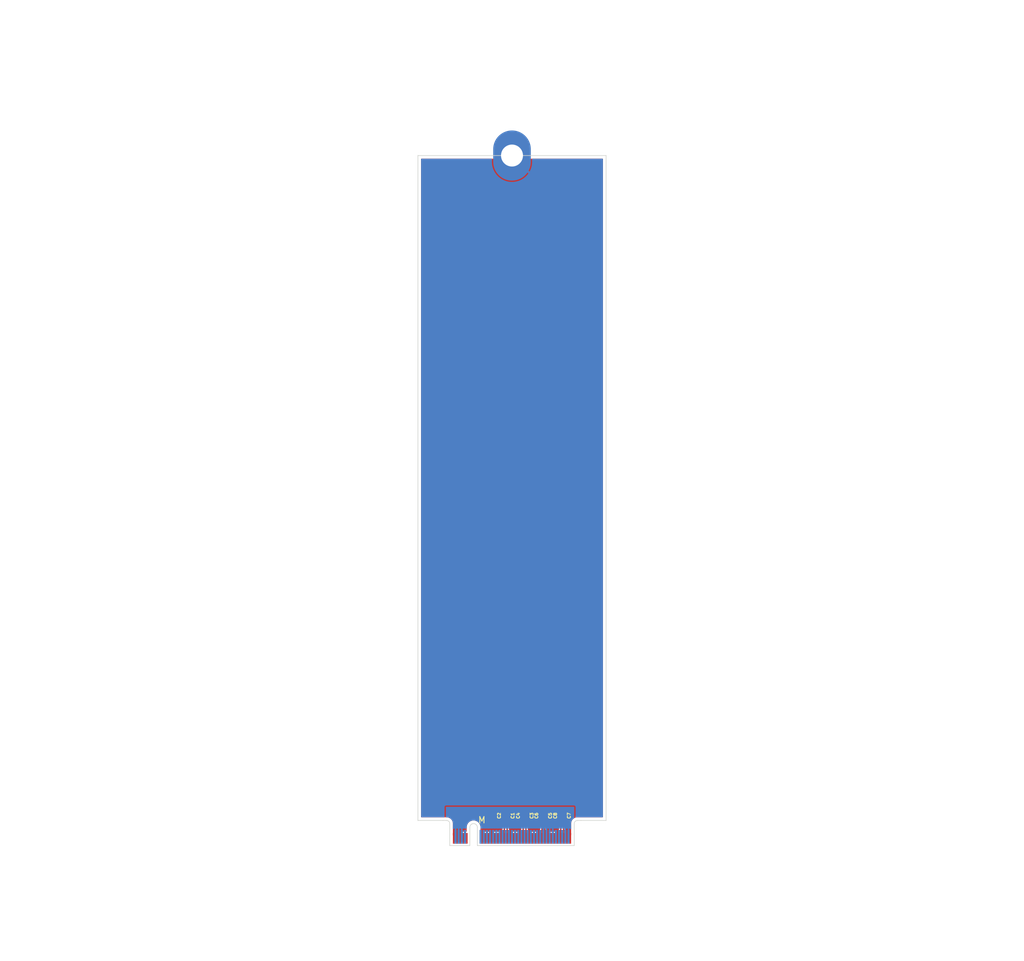
<source format=kicad_pcb>
(kicad_pcb (version 20241229) (generator "pcbnew") (generator_version "9.0")
  (layers (0 "F.Cu" signal) (2 "B.Cu" signal) (13 "F.Paste" user) (15 "B.Paste" user) (5 "F.SilkS" user "F.Silkscreen") (7 "B.SilkS" user "B.Silkscreen") (1 "F.Mask" user) (3 "B.Mask" user) (25 "Edge.Cuts" user))
  (net 0 "")
  (net 1 "/M.2 M Key/PET1P")
  (net 2 "/M.2 M Key/PET1N")
  (net 3 "/M.2 M Key/PET0N")
  (net 4 "/M.2 M Key/PET0P")
  (net 5 "/M.2 M Key/PET3N")
  (net 6 "/M.2 M Key/PET2P")
  (net 7 "/M.2 M Key/PET2N")
  (net 8 "/M.2 M Key/PET3P")
  (net 9 "/PET2+")
  (net 10 "/PET3+")
  (net 11 "/PET0-")
  (net 12 "/PET1-")
  (net 13 "GND")
  (net 14 "+3.3V")
  (net 17 "/LED1#")
  (net 18 "/PER3-")
  (net 19 "/PER3+")
  (net 22 "/PER2-")
  (net 24 "/PER2+")
  (net 30 "/PER1-")
  (net 32 "/PER1+")
  (net 33 "/DEVSLP")
  (net 38 "/PER0-")
  (net 40 "/PER0+")
  (net 41 "/PERST#")
  (net 42 "/CLKREQ#")
  (net 43 "/REFCLK-")
  (net 44 "/PEWAKE#")
  (net 45 "/REFCLK+")
  (net 49 "/SUSCLK")
  (net 50 "/PEDET")
  (net 51 "/PET1+")
  (net 52 "/PET2-")
  (net 53 "/PET0+")
  (net 54 "/PET3-")
  (footprint "PCIexpress:M.2 Mounting Pad" (layer "F.Cu") (at 103.73 47.04)
    (property "Reference" "H1")
    (property "Value" "MountingHole_Pad")
    (pad "1" thru_hole circle (at 0 0) (size 5.5 5.5) (drill 3.5) (property pad_prop_castellated) (layers "*.Cu" "*.Mask") (net 13 "GND") (padstack (mode front_inner_back) (layer "Inner" (shape circle) (size 5.5 5.5)) (layer "B.Cu" (shape oval) (size 6 8))))
  )
  (footprint "Capacitor_SMD:C_0201_0603Metric" (layer "F.Cu") (at 103.08 152.28 90)
    (property "Reference" "C1" (at 0 0.765 90) (layer "F.SilkS") (effects (font (size 0.5 0.5))))
    (property "Value" "220nF")
    (pad "1" smd roundrect (at -0.32 0 90) (size 0.46 0.4) (layers "F.Cu" "F.Mask") (net 3 "/M.2 M Key/PET0N"))
    (pad "2" smd roundrect (at 0.32 0 90) (size 0.46 0.4) (layers "F.Cu" "F.Mask") (net 11 "/PET0-"))
  )
  (footprint "Capacitor_SMD:C_0201_0603Metric" (layer "F.Cu") (at 112.08 152.28 90)
    (property "Reference" "C7" (at 0.005 0.735 90) (layer "F.SilkS") (effects (font (size 0.5 0.5))))
    (property "Value" "220nF")
    (pad "1" smd roundrect (at -0.32 0 90) (size 0.46 0.4) (layers "F.Cu" "F.Mask") (net 5 "/M.2 M Key/PET3N"))
    (pad "2" smd roundrect (at 0.32 0 90) (size 0.46 0.4) (layers "F.Cu" "F.Mask") (net 54 "/PET3-"))
  )
  (footprint "Capacitor_SMD:C_0201_0603Metric" (layer "F.Cu") (at 106.08 152.28 90)
    (property "Reference" "C3" (at 0 0.795 90) (layer "F.SilkS") (effects (font (size 0.5 0.5))))
    (property "Value" "220nF")
    (pad "1" smd roundrect (at -0.32 0 90) (size 0.46 0.4) (layers "F.Cu" "F.Mask") (net 2 "/M.2 M Key/PET1N"))
    (pad "2" smd roundrect (at 0.32 0 90) (size 0.46 0.4) (layers "F.Cu" "F.Mask") (net 12 "/PET1-"))
  )
  (footprint "Capacitor_SMD:C_0201_0603Metric" (layer "F.Cu") (at 105.38 152.28 90)
    (property "Reference" "C4" (at 0 -0.675 90) (layer "F.SilkS") (effects (font (size 0.5 0.5))))
    (property "Value" "220nF")
    (pad "1" smd roundrect (at -0.32 0 90) (size 0.46 0.4) (layers "F.Cu" "F.Mask") (net 1 "/M.2 M Key/PET1P"))
    (pad "2" smd roundrect (at 0.32 0 90) (size 0.46 0.4) (layers "F.Cu" "F.Mask") (net 51 "/PET1+"))
  )
  (footprint "Capacitor_SMD:C_0201_0603Metric" (layer "F.Cu") (at 109.08 152.28 90)
    (property "Reference" "C5" (at 0 0.74 90) (layer "F.SilkS") (effects (font (size 0.5 0.5))))
    (property "Value" "220nF")
    (pad "1" smd roundrect (at -0.32 0 90) (size 0.46 0.4) (layers "F.Cu" "F.Mask") (net 7 "/M.2 M Key/PET2N"))
    (pad "2" smd roundrect (at 0.32 0 90) (size 0.46 0.4) (layers "F.Cu" "F.Mask") (net 52 "/PET2-"))
  )
  (footprint "Capacitor_SMD:C_0201_0603Metric" (layer "F.Cu") (at 108.38 152.28 90)
    (property "Reference" "C6" (at 0 -0.755 90) (layer "F.SilkS") (effects (font (size 0.5 0.5))))
    (property "Value" "220nF")
    (pad "1" smd roundrect (at -0.32 0 90) (size 0.46 0.4) (layers "F.Cu" "F.Mask") (net 6 "/M.2 M Key/PET2P"))
    (pad "2" smd roundrect (at 0.32 0 90) (size 0.46 0.4) (layers "F.Cu" "F.Mask") (net 9 "/PET2+"))
  )
  (footprint "Capacitor_SMD:C_0201_0603Metric" (layer "F.Cu") (at 111.38 152.28 90)
    (property "Reference" "C8" (at 0 -0.75 90) (layer "F.SilkS") (effects (font (size 0.5 0.5))))
    (property "Value" "220nF")
    (pad "1" smd roundrect (at -0.32 0 90) (size 0.46 0.4) (layers "F.Cu" "F.Mask") (net 8 "/M.2 M Key/PET3P"))
    (pad "2" smd roundrect (at 0.32 0 90) (size 0.46 0.4) (layers "F.Cu" "F.Mask") (net 10 "/PET3+"))
  )
  (footprint "PCIexpress:M.2 M Key Connector" (layer "F.Cu") (at 103.73 155.93)
    (property "Reference" "J1")
    (property "Value" "~")
    (fp_line (start -11 -2.89) (end -10.425 -2.89) (stroke (width 0.1)) (layer "Edge.Cuts"))
    (fp_line (start -9.925 -2.39) (end -9.925 1.11) (stroke (width 0.1)) (layer "Edge.Cuts"))
    (fp_line (start -6.725 -1.79) (end -6.725 1.11) (stroke (width 0.1)) (layer "Edge.Cuts"))
    (fp_line (start -6.725 1.11) (end -9.925 1.11) (stroke (width 0.1)) (layer "Edge.Cuts"))
    (fp_line (start -5.525 -1.79) (end -5.525 1.11) (stroke (width 0.1)) (layer "Edge.Cuts"))
    (fp_line (start -5.525 1.11) (end 9.925 1.11) (stroke (width 0.1)) (layer "Edge.Cuts"))
    (fp_line (start 9.925 -2.39) (end 9.925 1.11) (stroke (width 0.1)) (layer "Edge.Cuts"))
    (fp_line (start 10.425 -2.89) (end 11 -2.89) (stroke (width 0.1)) (layer "Edge.Cuts"))
    (fp_arc (start -10.425 -2.89) (mid -10.071447 -2.743553) (end -9.925 -2.39) (stroke (width 0.1)) (layer "Edge.Cuts"))
    (fp_arc (start -6.725 -1.79) (mid -6.125 -2.39) (end -5.525 -1.79) (stroke (width 0.1)) (layer "Edge.Cuts"))
    (fp_arc (start 9.925 -2.39) (mid 10.071447 -2.743553) (end 10.425 -2.89) (stroke (width 0.1)) (layer "Edge.Cuts"))
    (fp_text user "M" (at -5.475 -2.375 0) (layer "F.SilkS") (effects (justify left bottom)))
    (pad "1" smd rect (at 9.25 -0.04 180) (size 0.35 1.7) (layers "F.Cu") (net 13 "GND"))
    (pad "2" smd rect (at 9 -0.29 180) (size 0.35 2.2) (layers "B.Cu") (net 14 "+3.3V"))
    (pad "3" smd rect (at 8.75 -0.04 180) (size 0.35 1.7) (layers "F.Cu") (net 13 "GND"))
    (pad "4" smd rect (at 8.5 -0.29 180) (size 0.35 2.2) (layers "B.Cu") (net 14 "+3.3V"))
    (pad "5" smd rect (at 8.25 -0.04 180) (size 0.35 1.7) (layers "F.Cu") (net 5 "/M.2 M Key/PET3N"))
    (pad "6" smd rect (at 8 -0.29 180) (size 0.35 2.2) (layers "B.Cu"))
    (pad "7" smd rect (at 7.75 -0.04 180) (size 0.35 1.7) (layers "F.Cu") (net 8 "/M.2 M Key/PET3P"))
    (pad "8" smd rect (at 7.5 -0.29 180) (size 0.35 2.2) (layers "B.Cu"))
    (pad "9" smd rect (at 7.25 -0.04 180) (size 0.35 1.7) (layers "F.Cu") (net 13 "GND"))
    (pad "10" smd rect (at 7 -0.29 180) (size 0.35 2.2) (layers "B.Cu") (net 17 "/LED1#"))
    (pad "11" smd rect (at 6.75 -0.04 180) (size 0.35 1.7) (layers "F.Cu") (net 18 "/PER3-"))
    (pad "12" smd rect (at 6.5 -0.29 180) (size 0.35 2.2) (layers "B.Cu") (net 14 "+3.3V"))
    (pad "13" smd rect (at 6.25 -0.04 180) (size 0.35 1.7) (layers "F.Cu") (net 19 "/PER3+"))
    (pad "14" smd rect (at 6 -0.29 180) (size 0.35 2.2) (layers "B.Cu") (net 14 "+3.3V"))
    (pad "15" smd rect (at 5.75 -0.04 180) (size 0.35 1.7) (layers "F.Cu") (net 13 "GND"))
    (pad "16" smd rect (at 5.5 -0.29 180) (size 0.35 2.2) (layers "B.Cu") (net 14 "+3.3V"))
    (pad "17" smd rect (at 5.25 -0.04 180) (size 0.35 1.7) (layers "F.Cu") (net 7 "/M.2 M Key/PET2N"))
    (pad "18" smd rect (at 5 -0.29 180) (size 0.35 2.2) (layers "B.Cu") (net 14 "+3.3V"))
    (pad "19" smd rect (at 4.75 -0.04 180) (size 0.35 1.7) (layers "F.Cu") (net 6 "/M.2 M Key/PET2P"))
    (pad "20" smd rect (at 4.5 -0.29 180) (size 0.35 2.2) (layers "B.Cu"))
    (pad "21" smd rect (at 4.25 -0.04 180) (size 0.35 1.7) (layers "F.Cu") (net 13 "GND"))
    (pad "22" smd rect (at 4 -0.29 180) (size 0.35 2.2) (layers "B.Cu"))
    (pad "23" smd rect (at 3.75 -0.04 180) (size 0.35 1.7) (layers "F.Cu") (net 22 "/PER2-"))
    (pad "24" smd rect (at 3.5 -0.29 180) (size 0.35 2.2) (layers "B.Cu"))
    (pad "25" smd rect (at 3.25 -0.04 180) (size 0.35 1.7) (layers "F.Cu") (net 24 "/PER2+"))
    (pad "26" smd rect (at 3 -0.29 180) (size 0.35 2.2) (layers "B.Cu"))
    (pad "27" smd rect (at 2.75 -0.04 180) (size 0.35 1.7) (layers "F.Cu") (net 13 "GND"))
    (pad "28" smd rect (at 2.5 -0.29 180) (size 0.35 2.2) (layers "B.Cu"))
    (pad "29" smd rect (at 2.25 -0.04 180) (size 0.35 1.7) (layers "F.Cu") (net 2 "/M.2 M Key/PET1N"))
    (pad "30" smd rect (at 2 -0.29 180) (size 0.35 2.2) (layers "B.Cu"))
    (pad "31" smd rect (at 1.75 -0.04 180) (size 0.35 1.7) (layers "F.Cu") (net 1 "/M.2 M Key/PET1P"))
    (pad "32" smd rect (at 1.5 -0.29 180) (size 0.35 2.2) (layers "B.Cu"))
    (pad "33" smd rect (at 1.25 -0.04 180) (size 0.35 1.7) (layers "F.Cu") (net 13 "GND"))
    (pad "34" smd rect (at 1 -0.29 180) (size 0.35 2.2) (layers "B.Cu"))
    (pad "35" smd rect (at 0.75 -0.04 180) (size 0.35 1.7) (layers "F.Cu") (net 30 "/PER1-"))
    (pad "36" smd rect (at 0.5 -0.29 180) (size 0.35 2.2) (layers "B.Cu"))
    (pad "37" smd rect (at 0.25 -0.04 180) (size 0.35 1.7) (layers "F.Cu") (net 32 "/PER1+"))
    (pad "38" smd rect (at 0 -0.29 180) (size 0.35 2.2) (layers "B.Cu") (net 33 "/DEVSLP"))
    (pad "39" smd rect (at -0.25 -0.04 180) (size 0.35 1.7) (layers "F.Cu") (net 13 "GND"))
    (pad "40" smd rect (at -0.5 -0.29 180) (size 0.35 2.2) (layers "B.Cu"))
    (pad "41" smd rect (at -0.75 -0.04 180) (size 0.35 1.7) (layers "F.Cu") (net 3 "/M.2 M Key/PET0N"))
    (pad "42" smd rect (at -1 -0.29 180) (size 0.35 2.2) (layers "B.Cu"))
    (pad "43" smd rect (at -1.25 -0.04 180) (size 0.35 1.7) (layers "F.Cu") (net 4 "/M.2 M Key/PET0P"))
    (pad "44" smd rect (at -1.5 -0.29 180) (size 0.35 2.2) (layers "B.Cu"))
    (pad "45" smd rect (at -1.75 -0.04 180) (size 0.35 1.7) (layers "F.Cu") (net 13 "GND"))
    (pad "46" smd rect (at -2 -0.29 180) (size 0.35 2.2) (layers "B.Cu"))
    (pad "47" smd rect (at -2.25 -0.04 180) (size 0.35 1.7) (layers "F.Cu") (net 38 "/PER0-"))
    (pad "48" smd rect (at -2.5 -0.29 180) (size 0.35 2.2) (layers "B.Cu"))
    (pad "49" smd rect (at -2.75 -0.04 180) (size 0.35 1.7) (layers "F.Cu") (net 40 "/PER0+"))
    (pad "50" smd rect (at -3 -0.29 180) (size 0.35 2.2) (layers "B.Cu") (net 41 "/PERST#"))
    (pad "51" smd rect (at -3.25 -0.04 180) (size 0.35 1.7) (layers "F.Cu") (net 13 "GND"))
    (pad "52" smd rect (at -3.5 -0.29 180) (size 0.35 2.2) (layers "B.Cu") (net 42 "/CLKREQ#"))
    (pad "53" smd rect (at -3.75 -0.04 180) (size 0.35 1.7) (layers "F.Cu") (net 43 "/REFCLK-"))
    (pad "54" smd rect (at -4 -0.29 180) (size 0.35 2.2) (layers "B.Cu") (net 44 "/PEWAKE#"))
    (pad "55" smd rect (at -4.25 -0.04 180) (size 0.35 1.7) (layers "F.Cu") (net 45 "/REFCLK+"))
    (pad "56" smd rect (at -4.5 -0.29 180) (size 0.35 2.2) (layers "B.Cu"))
    (pad "57" smd rect (at -4.75 -0.04 180) (size 0.35 1.7) (layers "F.Cu") (net 13 "GND"))
    (pad "58" smd rect (at -5 -0.29 180) (size 0.35 2.2) (layers "B.Cu"))
    (pad "67" smd rect (at -7.25 -0.04 180) (size 0.35 1.7) (layers "F.Cu"))
    (pad "68" smd rect (at -7.5 -0.29 180) (size 0.35 2.2) (layers "B.Cu") (net 49 "/SUSCLK"))
    (pad "69" smd rect (at -7.75 -0.04 180) (size 0.35 1.7) (layers "F.Cu") (net 50 "/PEDET"))
    (pad "70" smd rect (at -8 -0.29 180) (size 0.35 2.2) (layers "B.Cu") (net 14 "+3.3V"))
    (pad "71" smd rect (at -8.25 -0.04 180) (size 0.35 1.7) (layers "F.Cu") (net 13 "GND"))
    (pad "72" smd rect (at -8.5 -0.29 180) (size 0.35 2.2) (layers "B.Cu") (net 14 "+3.3V"))
    (pad "73" smd rect (at -8.75 -0.04 180) (size 0.35 1.7) (layers "F.Cu") (net 13 "GND"))
    (pad "74" smd rect (at -9 -0.29 180) (size 0.35 2.2) (layers "B.Cu") (net 14 "+3.3V"))
    (pad "75" smd rect (at -9.25 -0.04 180) (size 0.35 1.7) (layers "F.Cu") (net 13 "GND"))
  )
  (footprint "Capacitor_SMD:C_0201_0603Metric" (layer "F.Cu") (at 102.38 152.28 90)
    (property "Reference" "C2" (at 0 -0.705 90) (layer "F.SilkS") (effects (font (size 0.5 0.5))))
    (property "Value" "220nF")
    (pad "1" smd roundrect (at -0.32 0 90) (size 0.46 0.4) (layers "F.Cu" "F.Mask") (net 4 "/M.2 M Key/PET0P"))
    (pad "2" smd roundrect (at 0.32 0 90) (size 0.46 0.4) (layers "F.Cu" "F.Mask") (net 53 "/PET0+"))
  )
  (gr_line (start 118.73 153.04) (end 114.73 153.04) (stroke (width 0.1)) (layer "Edge.Cuts"))
  (gr_line (start 118.73 153.04) (end 118.73 47.04) (stroke (width 0.1)) (layer "Edge.Cuts"))
  (gr_line (start 88.73 47.04) (end 88.73 153.04) (stroke (width 0.1)) (layer "Edge.Cuts"))
  (gr_line (start 118.73 47.04) (end 88.73 47.04) (stroke (width 0.1)) (layer "Edge.Cuts"))
  (gr_line (start 92.73 153.04) (end 88.73 153.04) (stroke (width 0.1)) (layer "Edge.Cuts"))
  (segment (start 105.505 154.589999) (end 105.505 153.070001) (width 0.2) (layer "F.Cu") (net 1))
  (segment (start 105.48 154.614999) (end 105.505 154.589999) (width 0.2) (layer "F.Cu") (net 1))
  (segment (start 105.48 155.89) (end 105.48 154.614999) (width 0.2) (layer "F.Cu") (net 1))
  (segment (start 105.38 152.945001) (end 105.38 152.6) (width 0.2) (layer "F.Cu") (net 1))
  (segment (start 105.505 153.070001) (end 105.38 152.945001) (width 0.2) (layer "F.Cu") (net 1))
  (segment (start 105.98 154.614999) (end 105.955 154.589999) (width 0.2) (layer "F.Cu") (net 2))
  (segment (start 105.955 153.070001) (end 106.08 152.945001) (width 0.2) (layer "F.Cu") (net 2))
  (segment (start 106.08 152.945001) (end 106.08 152.6) (width 0.2) (layer "F.Cu") (net 2))
  (segment (start 105.955 154.589999) (end 105.955 153.070001) (width 0.2) (layer "F.Cu") (net 2))
  (segment (start 105.98 155.89) (end 105.98 154.614999) (width 0.2) (layer "F.Cu") (net 2))
  (segment (start 102.98 154.614999) (end 102.955 154.589999) (width 0.2) (layer "F.Cu") (net 3))
  (segment (start 103.08 152.945001) (end 103.08 152.6) (width 0.2) (layer "F.Cu") (net 3))
  (segment (start 102.955 153.070001) (end 103.08 152.945001) (width 0.2) (layer "F.Cu") (net 3))
  (segment (start 102.955 154.589999) (end 102.955 153.070001) (width 0.2) (layer "F.Cu") (net 3))
  (segment (start 102.98 155.89) (end 102.98 154.614999) (width 0.2) (layer "F.Cu") (net 3))
  (segment (start 102.505 153.070001) (end 102.38 152.945001) (width 0.2) (layer "F.Cu") (net 4))
  (segment (start 102.48 155.89) (end 102.48 154.614999) (width 0.2) (layer "F.Cu") (net 4))
  (segment (start 102.505 154.589999) (end 102.505 153.070001) (width 0.2) (layer "F.Cu") (net 4))
  (segment (start 102.38 152.945001) (end 102.38 152.6) (width 0.2) (layer "F.Cu") (net 4))
  (segment (start 102.48 154.614999) (end 102.505 154.589999) (width 0.2) (layer "F.Cu") (net 4))
  (segment (start 111.98 155.89) (end 111.98 154.614999) (width 0.2) (layer "F.Cu") (net 5))
  (segment (start 111.955 153.070001) (end 112.08 152.945001) (width 0.2) (layer "F.Cu") (net 5))
  (segment (start 111.955 154.589999) (end 111.955 153.070001) (width 0.2) (layer "F.Cu") (net 5))
  (segment (start 112.08 152.945001) (end 112.08 152.6) (width 0.2) (layer "F.Cu") (net 5))
  (segment (start 111.98 154.614999) (end 111.955 154.589999) (width 0.2) (layer "F.Cu") (net 5))
  (segment (start 108.48 155.89) (end 108.48 154.614999) (width 0.2) (layer "F.Cu") (net 6))
  (segment (start 108.48 154.614999) (end 108.505 154.589999) (width 0.2) (layer "F.Cu") (net 6))
  (segment (start 108.38 152.945001) (end 108.38 152.6) (width 0.2) (layer "F.Cu") (net 6))
  (segment (start 108.505 153.070001) (end 108.38 152.945001) (width 0.2) (layer "F.Cu") (net 6))
  (segment (start 108.505 154.589999) (end 108.505 153.070001) (width 0.2) (layer "F.Cu") (net 6))
  (segment (start 109.08 152.945001) (end 109.08 152.6) (width 0.2) (layer "F.Cu") (net 7))
  (segment (start 108.955 154.589999) (end 108.955 153.070001) (width 0.2) (layer "F.Cu") (net 7))
  (segment (start 108.98 154.614999) (end 108.955 154.589999) (width 0.2) (layer "F.Cu") (net 7))
  (segment (start 108.955 153.070001) (end 109.08 152.945001) (width 0.2) (layer "F.Cu") (net 7))
  (segment (start 108.98 155.89) (end 108.98 154.614999) (width 0.2) (layer "F.Cu") (net 7))
  (segment (start 111.505 154.589999) (end 111.505 153.070001) (width 0.2) (layer "F.Cu") (net 8))
  (segment (start 111.48 155.89) (end 111.48 154.614999) (width 0.2) (layer "F.Cu") (net 8))
  (segment (start 111.48 154.614999) (end 111.505 154.589999) (width 0.2) (layer "F.Cu") (net 8))
  (segment (start 111.505 153.070001) (end 111.38 152.945001) (width 0.2) (layer "F.Cu") (net 8))
  (segment (start 111.38 152.945001) (end 111.38 152.6) (width 0.2) (layer "F.Cu") (net 8))
  (zone (net 13) (net_name "GND") (layers "F.Cu" "B.Cu") (connect_pads (clearance 0.2)) (min_thickness 0.15) (fill yes (thermal_gap 0.2) (thermal_bridge_width 0.35))
    (polygon (pts (xy 88.73 155.45) (xy 88.73 47.035) (xy 118.73 47.035) (xy 118.73 155.37)))
  )
  (zone (net 14) (net_name "+3.3V") (layer "B.Cu") (priority 1) (connect_pads (clearance 0.2)) (min_thickness 0.1) (fill yes (thermal_gap 0.2) (thermal_bridge_width 0.25))
    (polygon (pts (xy 113.655 155.235) (xy 113.655 150.87) (xy 113.64 150.855) (xy 93.185 150.855) (xy 93.185 155.485) (xy 113.405 155.485)))
  )
)
</source>
